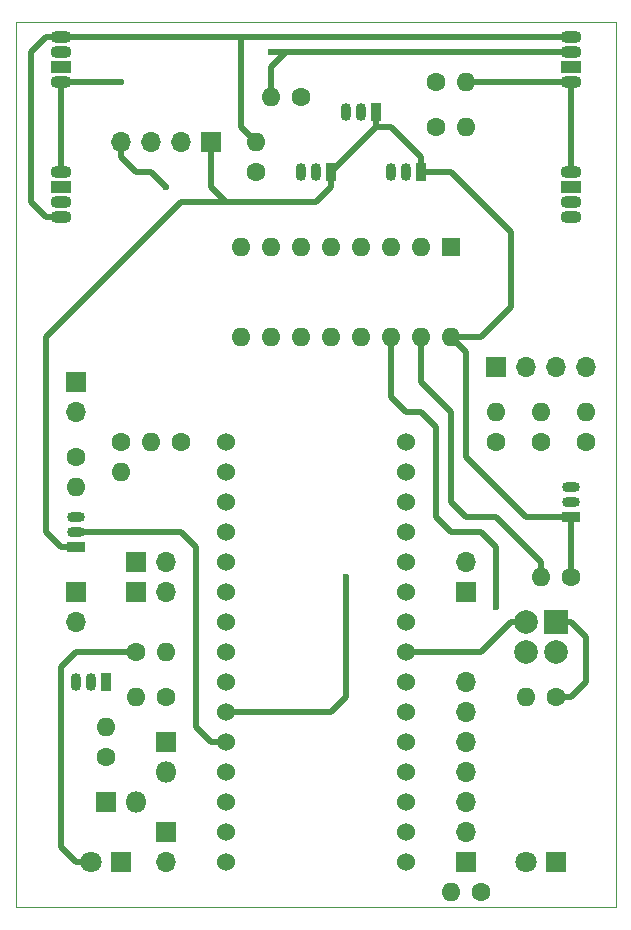
<source format=gbr>
%TF.GenerationSoftware,KiCad,Pcbnew,4.0.7-e2-6376~58~ubuntu16.04.1*%
%TF.CreationDate,2018-01-31T13:04:43+01:00*%
%TF.ProjectId,Tagger_production,5461676765725F70726F64756374696F,rev?*%
%TF.FileFunction,Copper,L1,Top,Signal*%
%FSLAX46Y46*%
G04 Gerber Fmt 4.6, Leading zero omitted, Abs format (unit mm)*
G04 Created by KiCad (PCBNEW 4.0.7-e2-6376~58~ubuntu16.04.1) date Wed Jan 31 13:04:43 2018*
%MOMM*%
%LPD*%
G01*
G04 APERTURE LIST*
%ADD10C,0.100000*%
%ADD11C,1.524000*%
%ADD12R,1.800000X1.800000*%
%ADD13C,1.800000*%
%ADD14R,1.800000X1.070000*%
%ADD15O,1.800000X1.070000*%
%ADD16O,1.800000X1.800000*%
%ADD17R,1.600000X1.600000*%
%ADD18O,1.600000X1.600000*%
%ADD19R,2.000000X2.000000*%
%ADD20C,2.000000*%
%ADD21R,1.700000X1.700000*%
%ADD22O,1.700000X1.700000*%
%ADD23C,1.600000*%
%ADD24O,0.900000X1.500000*%
%ADD25R,0.900000X1.500000*%
%ADD26O,1.500000X0.900000*%
%ADD27R,1.500000X0.900000*%
%ADD28C,0.600000*%
%ADD29C,0.500000*%
G04 APERTURE END LIST*
D10*
X105410000Y-63500000D02*
X54610000Y-63500000D01*
X105410000Y-138430000D02*
X105410000Y-63500000D01*
X54610000Y-138430000D02*
X105410000Y-138430000D01*
X54610000Y-138430000D02*
X54610000Y-63500000D01*
D11*
X72390000Y-99060000D03*
X72390000Y-101600000D03*
X72390000Y-104140000D03*
X72390000Y-106680000D03*
X72390000Y-109220000D03*
X72390000Y-111760000D03*
X72390000Y-114300000D03*
X72390000Y-116840000D03*
X72390000Y-119380000D03*
X72390000Y-121920000D03*
X72390000Y-124460000D03*
X72390000Y-127000000D03*
X72390000Y-129540000D03*
X72390000Y-132080000D03*
X72390000Y-134620000D03*
X87630000Y-134620000D03*
X87630000Y-132080000D03*
X87630000Y-129540000D03*
X87630000Y-127000000D03*
X87630000Y-124460000D03*
X87630000Y-121920000D03*
X87630000Y-119380000D03*
X87630000Y-116840000D03*
X87630000Y-114300000D03*
X87630000Y-111760000D03*
X87630000Y-109220000D03*
X87630000Y-106680000D03*
X87630000Y-104140000D03*
X87630000Y-101600000D03*
X87630000Y-99060000D03*
D12*
X63500000Y-134620000D03*
D13*
X60960000Y-134620000D03*
D12*
X100330000Y-134620000D03*
D13*
X97790000Y-134620000D03*
D14*
X58420000Y-77470000D03*
D15*
X58420000Y-76200000D03*
X58420000Y-78740000D03*
X58420000Y-80010000D03*
D14*
X101600000Y-77470000D03*
D15*
X101600000Y-76200000D03*
X101600000Y-78740000D03*
X101600000Y-80010000D03*
D14*
X101600000Y-67310000D03*
D15*
X101600000Y-68580000D03*
X101600000Y-66040000D03*
X101600000Y-64770000D03*
D14*
X58420000Y-67310000D03*
D15*
X58420000Y-68580000D03*
X58420000Y-66040000D03*
X58420000Y-64770000D03*
D12*
X67310000Y-124460000D03*
D16*
X67310000Y-127000000D03*
D12*
X62230000Y-129540000D03*
D16*
X64770000Y-129540000D03*
D17*
X91440000Y-82550000D03*
D18*
X73660000Y-90170000D03*
X88900000Y-82550000D03*
X76200000Y-90170000D03*
X86360000Y-82550000D03*
X78740000Y-90170000D03*
X83820000Y-82550000D03*
X81280000Y-90170000D03*
X81280000Y-82550000D03*
X83820000Y-90170000D03*
X78740000Y-82550000D03*
X86360000Y-90170000D03*
X76200000Y-82550000D03*
X88900000Y-90170000D03*
X73660000Y-82550000D03*
X91440000Y-90170000D03*
D19*
X100330000Y-114300000D03*
D20*
X97790000Y-114300000D03*
X100330000Y-116840000D03*
X97790000Y-116840000D03*
D21*
X71120000Y-73660000D03*
D22*
X68580000Y-73660000D03*
X66040000Y-73660000D03*
X63500000Y-73660000D03*
D21*
X95250000Y-92710000D03*
D22*
X97790000Y-92710000D03*
X100330000Y-92710000D03*
X102870000Y-92710000D03*
D21*
X59690000Y-93980000D03*
D22*
X59690000Y-96520000D03*
D21*
X59690000Y-111760000D03*
D22*
X59690000Y-114300000D03*
D21*
X64770000Y-111760000D03*
D22*
X67310000Y-111760000D03*
D21*
X64770000Y-109220000D03*
D22*
X67310000Y-109220000D03*
D21*
X67310000Y-132080000D03*
D22*
X67310000Y-134620000D03*
D21*
X92710000Y-134620000D03*
D22*
X92710000Y-132080000D03*
X92710000Y-129540000D03*
X92710000Y-127000000D03*
X92710000Y-124460000D03*
X92710000Y-121920000D03*
X92710000Y-119380000D03*
D21*
X92710000Y-111760000D03*
D22*
X92710000Y-109220000D03*
D23*
X68580000Y-99060000D03*
D18*
X66040000Y-99060000D03*
D23*
X63500000Y-99060000D03*
D18*
X63500000Y-101600000D03*
D23*
X101600000Y-110490000D03*
D18*
X99060000Y-110490000D03*
D23*
X100330000Y-120650000D03*
D18*
X97790000Y-120650000D03*
D23*
X62230000Y-125730000D03*
D18*
X62230000Y-123190000D03*
D23*
X67310000Y-120650000D03*
D18*
X64770000Y-120650000D03*
D23*
X64770000Y-116840000D03*
D18*
X67310000Y-116840000D03*
D23*
X93980000Y-137160000D03*
D18*
X91440000Y-137160000D03*
D23*
X102870000Y-99060000D03*
D18*
X102870000Y-96520000D03*
D23*
X99060000Y-99060000D03*
D18*
X99060000Y-96520000D03*
D23*
X95250000Y-99060000D03*
D18*
X95250000Y-96520000D03*
D23*
X90170000Y-72390000D03*
D18*
X92710000Y-72390000D03*
D23*
X90170000Y-68580000D03*
D18*
X92710000Y-68580000D03*
D23*
X78740000Y-69850000D03*
D18*
X76200000Y-69850000D03*
D23*
X74930000Y-76200000D03*
D18*
X74930000Y-73660000D03*
D23*
X59690000Y-100330000D03*
D18*
X59690000Y-102870000D03*
D24*
X60960000Y-119380000D03*
X59690000Y-119380000D03*
D25*
X62230000Y-119380000D03*
D26*
X59690000Y-106680000D03*
X59690000Y-105410000D03*
D27*
X59690000Y-107950000D03*
D26*
X101600000Y-104140000D03*
X101600000Y-102870000D03*
D27*
X101600000Y-105410000D03*
D24*
X87630000Y-76200000D03*
X86360000Y-76200000D03*
D25*
X88900000Y-76200000D03*
D24*
X83820000Y-71120000D03*
X82550000Y-71120000D03*
D25*
X85090000Y-71120000D03*
D24*
X80010000Y-76200000D03*
X78740000Y-76200000D03*
D25*
X81280000Y-76200000D03*
D28*
X67310000Y-77470000D03*
X82550000Y-110490000D03*
X95250000Y-113030000D03*
X63500000Y-68580000D03*
X76200000Y-66040000D03*
D29*
X63500000Y-74930000D02*
X63500000Y-73660000D01*
X64770000Y-76200000D02*
X63500000Y-74930000D01*
X66040000Y-76200000D02*
X64770000Y-76200000D01*
X67310000Y-77470000D02*
X66040000Y-76200000D01*
X81280000Y-121920000D02*
X72390000Y-121920000D01*
X82550000Y-120650000D02*
X81280000Y-121920000D01*
X82550000Y-110490000D02*
X82550000Y-120650000D01*
X72390000Y-124460000D02*
X71120000Y-124460000D01*
X68580000Y-106680000D02*
X59690000Y-106680000D01*
X69850000Y-107950000D02*
X68580000Y-106680000D01*
X69850000Y-123190000D02*
X69850000Y-107950000D01*
X71120000Y-124460000D02*
X69850000Y-123190000D01*
X99060000Y-110490000D02*
X99060000Y-109220000D01*
X88900000Y-93980000D02*
X88900000Y-90170000D01*
X90170000Y-95250000D02*
X88900000Y-93980000D01*
X91440000Y-96520000D02*
X90170000Y-95250000D01*
X91440000Y-104140000D02*
X91440000Y-96520000D01*
X92710000Y-105410000D02*
X91440000Y-104140000D01*
X95250000Y-105410000D02*
X92710000Y-105410000D01*
X99060000Y-109220000D02*
X95250000Y-105410000D01*
X87630000Y-116840000D02*
X93980000Y-116840000D01*
X96520000Y-114300000D02*
X97790000Y-114300000D01*
X93980000Y-116840000D02*
X96520000Y-114300000D01*
X86360000Y-95250000D02*
X86360000Y-90170000D01*
X87630000Y-96520000D02*
X86360000Y-95250000D01*
X88900000Y-96520000D02*
X87630000Y-96520000D01*
X90170000Y-97790000D02*
X88900000Y-96520000D01*
X90170000Y-105410000D02*
X90170000Y-97790000D01*
X91440000Y-106680000D02*
X90170000Y-105410000D01*
X93980000Y-106680000D02*
X91440000Y-106680000D01*
X95250000Y-107950000D02*
X93980000Y-106680000D01*
X95250000Y-113030000D02*
X95250000Y-107950000D01*
X72390000Y-78740000D02*
X71120000Y-77470000D01*
X71120000Y-77470000D02*
X71120000Y-73660000D01*
X101600000Y-105410000D02*
X99060000Y-105410000D01*
X92710000Y-91440000D02*
X91440000Y-90170000D01*
X92710000Y-100330000D02*
X92710000Y-91440000D01*
X97790000Y-105410000D02*
X92710000Y-100330000D01*
X99060000Y-105410000D02*
X97790000Y-105410000D01*
X101600000Y-105410000D02*
X101600000Y-110490000D01*
X91440000Y-90170000D02*
X93980000Y-90170000D01*
X93980000Y-90170000D02*
X96520000Y-87630000D01*
X91440000Y-76200000D02*
X88900000Y-76200000D01*
X96520000Y-81280000D02*
X91440000Y-76200000D01*
X96520000Y-87630000D02*
X96520000Y-81280000D01*
X68580000Y-78740000D02*
X57150000Y-90170000D01*
X58420000Y-107950000D02*
X59690000Y-107950000D01*
X57150000Y-106680000D02*
X58420000Y-107950000D01*
X57150000Y-90170000D02*
X57150000Y-106680000D01*
X81280000Y-76200000D02*
X81280000Y-77470000D01*
X80010000Y-78740000D02*
X72390000Y-78740000D01*
X72390000Y-78740000D02*
X68580000Y-78740000D01*
X81280000Y-77470000D02*
X80010000Y-78740000D01*
X88900000Y-76200000D02*
X88900000Y-74930000D01*
X86360000Y-72390000D02*
X85090000Y-72390000D01*
X88900000Y-74930000D02*
X86360000Y-72390000D01*
X81280000Y-76200000D02*
X85090000Y-72390000D01*
X85090000Y-72390000D02*
X85090000Y-71120000D01*
X100330000Y-120650000D02*
X101600000Y-120650000D01*
X101600000Y-114300000D02*
X100330000Y-114300000D01*
X102870000Y-115570000D02*
X101600000Y-114300000D01*
X102870000Y-119380000D02*
X102870000Y-115570000D01*
X101600000Y-120650000D02*
X102870000Y-119380000D01*
X58420000Y-118110000D02*
X58420000Y-133350000D01*
X59690000Y-116840000D02*
X58420000Y-118110000D01*
X64770000Y-116840000D02*
X59690000Y-116840000D01*
X59690000Y-134620000D02*
X60960000Y-134620000D01*
X58420000Y-133350000D02*
X59690000Y-134620000D01*
X92710000Y-68580000D02*
X101600000Y-68580000D01*
X63500000Y-68580000D02*
X58420000Y-68580000D01*
X58420000Y-68580000D02*
X58420000Y-76200000D01*
X101600000Y-76200000D02*
X101600000Y-68580000D01*
X77470000Y-66040000D02*
X101600000Y-66040000D01*
X77470000Y-66040000D02*
X76200000Y-66040000D01*
X76200000Y-69850000D02*
X76200000Y-68580000D01*
X76200000Y-67310000D02*
X77470000Y-66040000D01*
X76200000Y-68580000D02*
X76200000Y-67310000D01*
X74930000Y-73660000D02*
X73660000Y-72390000D01*
X73660000Y-72390000D02*
X73660000Y-64770000D01*
X74930000Y-64770000D02*
X101600000Y-64770000D01*
X74930000Y-64770000D02*
X73660000Y-64770000D01*
X73660000Y-64770000D02*
X59690000Y-64770000D01*
X59690000Y-64770000D02*
X58420000Y-64770000D01*
X58420000Y-80010000D02*
X57150000Y-80010000D01*
X57150000Y-64770000D02*
X58420000Y-64770000D01*
X55880000Y-66040000D02*
X57150000Y-64770000D01*
X55880000Y-78740000D02*
X55880000Y-66040000D01*
X57150000Y-80010000D02*
X55880000Y-78740000D01*
M02*

</source>
